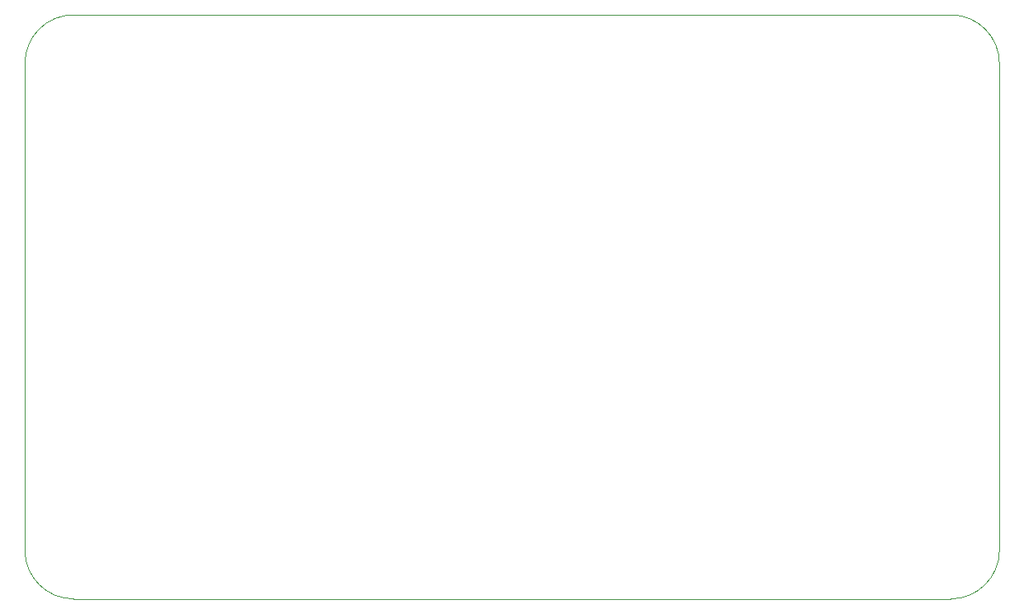
<source format=gbr>
%TF.GenerationSoftware,KiCad,Pcbnew,(6.0.7)*%
%TF.CreationDate,2022-09-20T09:41:07-05:00*%
%TF.ProjectId,BTSTest,42545354-6573-4742-9e6b-696361645f70,rev?*%
%TF.SameCoordinates,Original*%
%TF.FileFunction,Profile,NP*%
%FSLAX46Y46*%
G04 Gerber Fmt 4.6, Leading zero omitted, Abs format (unit mm)*
G04 Created by KiCad (PCBNEW (6.0.7)) date 2022-09-20 09:41:07*
%MOMM*%
%LPD*%
G01*
G04 APERTURE LIST*
%TA.AperFunction,Profile*%
%ADD10C,0.100000*%
%TD*%
G04 APERTURE END LIST*
D10*
X82000000Y-97000000D02*
X82000000Y-47000000D01*
X177000000Y-102000000D02*
X87000000Y-102000000D01*
X182000000Y-47000000D02*
G75*
G03*
X177000000Y-42000000I-5000000J0D01*
G01*
X87000000Y-42000000D02*
X177000000Y-42000000D01*
X87000000Y-42000000D02*
G75*
G03*
X82000000Y-47000000I0J-5000000D01*
G01*
X82000000Y-97000000D02*
G75*
G03*
X87000000Y-102000000I5000000J0D01*
G01*
X182000000Y-47000000D02*
X182000000Y-97000000D01*
X177000000Y-102000000D02*
G75*
G03*
X182000000Y-97000000I0J5000000D01*
G01*
M02*

</source>
